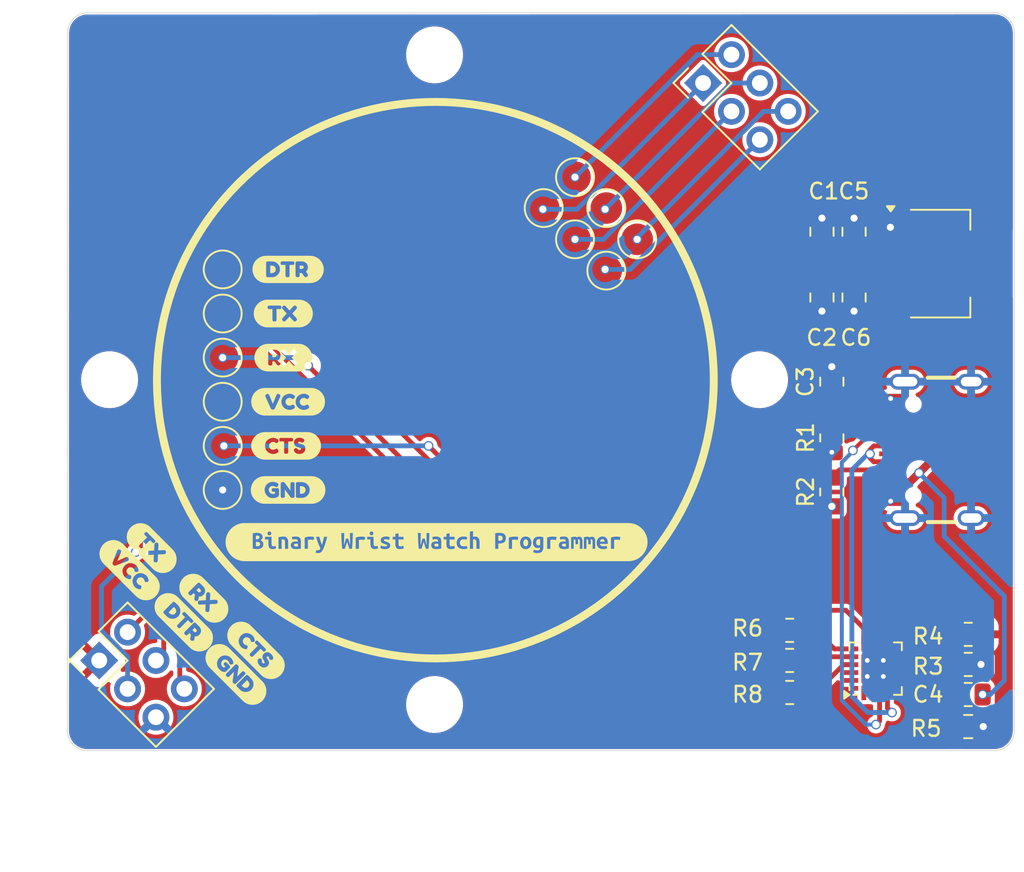
<source format=kicad_pcb>
(kicad_pcb (version 20241229) (generator "pcbnew") (generator_version "9.0")
  (layers (0 "F.Cu" signal) (2 "B.Cu" signal) (13 "F.Paste" user) (15 "B.Paste" user) (5 "F.SilkS" user "F.Silkscreen") (7 "B.SilkS" user "B.Silkscreen") (1 "F.Mask" user) (3 "B.Mask" user) (25 "Edge.Cuts" user))
  (net 0 "")
  (net 1 "GND")
  (net 2 "+5V")
  (net 3 "UD-")
  (net 4 "UD+")
  (net 5 "+3V3")
  (net 6 "/~{RTS}")
  (net 7 "/~{CTS}")
  (net 8 "/RXD")
  (net 9 "/TXD")
  (net 10 "Net-(J13-Pin_1)")
  (net 11 "Net-(J12-Pin_1)")
  (net 12 "Net-(J11-Pin_1)")
  (net 13 "Net-(J10-Pin_1)")
  (net 14 "Net-(J13-Pin_2)")
  (net 15 "Net-(J13-Pin_3)")
  (net 18 "Net-(J14-CC1)")
  (net 19 "Net-(J14-CC2)")
  (net 20 "Net-(U1-~{RST})")
  (net 21 "Net-(U1-VBUS)")
  (net 29 "Net-(U1-~{RTS})")
  (net 30 "Net-(U1-RXD)")
  (net 31 "Net-(U1-TXD)")
  (footprint "TestPoint:TestPoint_Pad_D2.0mm" (layer "F.Cu") (at 113.9698 101.854)
    (property "Reference" "J3" (hide yes))
    (property "Value" "Conn_01x01")
    (pad "1" smd circle (at 0 0) (size 2 2) (layers "F.Cu" "F.Mask") (net 8 "/RXD"))
  )
  (footprint "Connector_PinHeader_2.54mm:PinHeader_2x03_P2.54mm_Vertical" (layer "F.Cu") (at 106.151994 121.036117 45)
    (property "Reference" "J15" (hide yes))
    (property "Value" "Conn_02x03_Counter_Clockwise")
    (pad "1" thru_hole rect (at 0 0 45) (size 1.7 1.7) (drill 1) (layers "*.Cu" "*.Mask") (net 5 "+3V3"))
    (pad "2" thru_hole oval (at 2.54 0 45) (size 1.7 1.7) (drill 1) (layers "*.Cu" "*.Mask") (net 9 "/TXD"))
    (pad "3" thru_hole oval (at 0 2.54 45) (size 1.7 1.7) (drill 1) (layers "*.Cu" "*.Mask") (net 6 "/~{RTS}"))
    (pad "4" thru_hole oval (at 2.54 2.54 45) (size 1.7 1.7) (drill 1) (layers "*.Cu" "*.Mask") (net 8 "/RXD"))
    (pad "5" thru_hole oval (at 0 5.079999 45) (size 1.7 1.7) (drill 1) (layers "*.Cu" "*.Mask") (net 1 "GND"))
    (pad "6" thru_hole oval (at 2.54 5.08 45) (size 1.7 1.7) (drill 1) (layers "*.Cu" "*.Mask") (net 7 "/~{CTS}"))
  )
  (footprint "Capacitor_SMD:C_0805_2012Metric" (layer "F.Cu") (at 153.935486 93.881 90)
    (property "Reference" "C5" (at 2.568 -0.011486 180) (layer "F.SilkS"))
    (property "Value" "22uF")
    (pad "1" smd roundrect (at -0.95 0 90) (size 1 1.45) (layers "F.Cu" "F.Mask" "F.Paste") (net 5 "+3V3"))
    (pad "2" smd roundrect (at 0.95 0 90) (size 1 1.45) (layers "F.Cu" "F.Mask" "F.Paste") (net 1 "GND"))
  )
  (footprint "Resistor_SMD:R_0805_2012Metric" (layer "F.Cu") (at 149.86 119.126 180)
    (property "Reference" "R6" (at 2.667 0.127 180) (layer "F.SilkS"))
    (property "Value" "0")
    (pad "1" smd roundrect (at -0.9125 0 180) (size 1.025 1.4) (layers "F.Cu" "F.Mask" "F.Paste") (roundrect_rratio 0.243902) (net 29 "Net-(U1-~{RTS})"))
    (pad "2" smd roundrect (at 0.9125 0 180) (size 1.025 1.4) (layers "F.Cu" "F.Mask" "F.Paste") (roundrect_rratio 0.243902) (net 6 "/~{RTS}"))
  )
  (footprint "TestPoint:TestPoint_Pad_D2.0mm" (layer "F.Cu") (at 138.2522 92.3798)
    (property "Reference" "J10" (hide yes))
    (property "Value" "Conn_01x01")
    (pad "1" smd circle (at 0 0) (size 2 2) (layers "F.Cu" "F.Mask") (net 13 "Net-(J10-Pin_1)"))
  )
  (footprint "TestPoint:TestPoint_Pad_D2.0mm" (layer "F.Cu") (at 140.208 94.361)
    (property "Reference" "J12" (hide yes))
    (property "Value" "Conn_01x01")
    (pad "1" smd circle (at 0 0) (size 2 2) (layers "F.Cu" "F.Mask") (net 11 "Net-(J12-Pin_1)"))
  )
  (footprint "Capacitor_SMD:C_0805_2012Metric" (layer "F.Cu") (at 153.935486 98.045586 -90)
    (property "Reference" "C6" (at 2.538414 -0.115514 0) (layer "F.SilkS"))
    (property "Value" "10uF")
    (pad "1" smd roundrect (at -0.95 0 270) (size 1 1.45) (layers "F.Cu" "F.Mask" "F.Paste") (net 2 "+5V"))
    (pad "2" smd roundrect (at 0.95 0 270) (size 1 1.45) (layers "F.Cu" "F.Mask" "F.Paste") (net 1 "GND"))
  )
  (footprint "Capacitor_SMD:C_0805_2012Metric" (layer "F.Cu") (at 151.903486 93.881 90)
    (property "Reference" "C1" (at 2.568 0.115514 0) (layer "F.SilkS"))
    (property "Value" "0.1uF")
    (pad "1" smd roundrect (at -0.95 0 90) (size 1 1.45) (layers "F.Cu" "F.Mask" "F.Paste") (net 5 "+3V3"))
    (pad "2" smd roundrect (at 0.95 0 90) (size 1 1.45) (layers "F.Cu" "F.Mask" "F.Paste") (net 1 "GND"))
  )
  (footprint "kibuzzard-67CE240C" (layer "F.Cu") (at 108.077 115.316 -45)
    (property "Reference" "kibuzzard-67CE240C" (hide yes))
    (property "Value" "G***" (hide yes))
  )
  (footprint "kibuzzard-67CE2403" (layer "F.Cu") (at 116.078 120.396 -45)
    (property "Reference" "kibuzzard-67CE2403" (hide yes))
    (property "Value" "G***" (hide yes))
  )
  (footprint "TestPoint:TestPoint_Pad_D2.0mm" (layer "F.Cu") (at 113.9698 107.442)
    (property "Reference" "J5" (hide yes))
    (property "Value" "Conn_01x01")
    (pad "1" smd circle (at 0 0) (size 2 2) (layers "F.Cu" "F.Mask") (net 7 "/~{CTS}"))
  )
  (footprint "Capacitor_SMD:C_0805_2012Metric" (layer "F.Cu") (at 161.163 125.222)
    (property "Reference" "C4" (at -2.54 -2.032 0) (layer "F.SilkS"))
    (property "Value" "0.1uF")
    (pad "1" smd roundrect (at -0.95 0) (size 1 1.45) (layers "F.Cu" "F.Mask" "F.Paste") (net 5 "+3V3"))
    (pad "2" smd roundrect (at 0.95 0) (size 1 1.45) (layers "F.Cu" "F.Mask" "F.Paste") (net 1 "GND"))
  )
  (footprint "Capacitor_SMD:C_0805_2012Metric" (layer "F.Cu") (at 151.903486 98.045586 -90)
    (property "Reference" "C2" (at 2.538414 0.011486 0) (layer "F.SilkS"))
    (property "Value" "0.1uF")
    (pad "1" smd roundrect (at -0.95 0 270) (size 1 1.45) (layers "F.Cu" "F.Mask" "F.Paste") (net 2 "+5V"))
    (pad "2" smd roundrect (at 0.95 0 270) (size 1 1.45) (layers "F.Cu" "F.Mask" "F.Paste") (net 1 "GND"))
  )
  (footprint "kibuzzard-67CE1A96" (layer "F.Cu") (at 117.8052 99.06)
    (property "Reference" "kibuzzard-67CE1A96" (hide yes))
    (property "Value" "G***" (hide yes))
  )
  (footprint "Resistor_SMD:R_0805_2012Metric" (layer "F.Cu") (at 149.86 123.063 180)
    (property "Reference" "R8" (at 2.667 -0.127 180) (layer "F.SilkS"))
    (property "Value" "0")
    (pad "1" smd roundrect (at -0.9125 0 180) (size 1.025 1.4) (layers "F.Cu" "F.Mask" "F.Paste") (roundrect_rratio 0.243902) (net 31 "Net-(U1-TXD)"))
    (pad "2" smd roundrect (at 0.9125 0 180) (size 1.025 1.4) (layers "F.Cu" "F.Mask" "F.Paste") (roundrect_rratio 0.243902) (net 9 "/TXD"))
  )
  (footprint "TestPoint:TestPoint_Pad_D2.0mm" (layer "F.Cu") (at 113.9698 99.06)
    (property "Reference" "J2" (hide yes))
    (property "Value" "Conn_01x01")
    (pad "1" smd circle (at 0 0) (size 2 2) (layers "F.Cu" "F.Mask") (net 9 "/TXD"))
  )
  (footprint "Connector_PinHeader_2.54mm:PinHeader_2x03_P2.54mm_Vertical" (layer "F.Cu") (at 144.378994 84.460117 45)
    (property "Reference" "J13" (hide yes))
    (property "Value" "Conn_02x03_Counter_Clockwise")
    (pad "1" thru_hole rect (at 0 0 45) (size 1.7 1.7) (drill 1) (layers "*.Cu" "*.Mask") (net 10 "Net-(J13-Pin_1)"))
    (pad "2" thru_hole oval (at 2.54 0 45) (size 1.7 1.7) (drill 1) (layers "*.Cu" "*.Mask") (net 14 "Net-(J13-Pin_2)"))
    (pad "3" thru_hole oval (at 0 2.54 45) (size 1.7 1.7) (drill 1) (layers "*.Cu" "*.Mask") (net 15 "Net-(J13-Pin_3)"))
    (pad "4" thru_hole oval (at 2.54 2.54 45) (size 1.7 1.7) (drill 1) (layers "*.Cu" "*.Mask") (net 13 "Net-(J10-Pin_1)"))
    (pad "5" thru_hole oval (at 0 5.079999 45) (size 1.7 1.7) (drill 1) (layers "*.Cu" "*.Mask") (net 12 "Net-(J11-Pin_1)"))
    (pad "6" thru_hole oval (at 2.54 5.08 45) (size 1.7 1.7) (drill 1) (layers "*.Cu" "*.Mask") (net 11 "Net-(J12-Pin_1)"))
  )
  (footprint "connectors:USB-C-YTC-TC16S-23" (layer "F.Cu") (at 158.7974 107.696 90)
    (property "Reference" "J14" (hide yes))
    (property "Value" "USB_C_Receptacle_USB2.0_MPN" (hide yes))
    (pad "" np_thru_hole circle (at -2.89 -1.102 90) (size 0.65 0.65) (drill 0.65) (layers "*.Cu" "*.Mask"))
    (pad "" np_thru_hole circle (at 2.89 -1.102 90) (size 0.65 0.65) (drill 0.65) (layers "*.Cu" "*.Mask"))
    (pad "A1B12" smd rect (at -3.25 -2.547 90) (size 0.6 1.45) (layers "F.Cu" "F.Mask" "F.Paste") (net 1 "GND"))
    (pad "A4B9" smd rect (at -2.45 -2.547 90) (size 0.6 1.45) (layers "F.Cu" "F.Mask" "F.Paste") (net 2 "+5V"))
    (pad "A5" smd rect (at -1.25 -2.547 90) (size 0.3 1.45) (layers "F.Cu" "F.Mask" "F.Paste") (net 18 "Net-(J14-CC1)"))
    (pad "A6" smd rect (at -0.25 -2.547 90) (size 0.3 1.45) (layers "F.Cu" "F.Mask" "F.Paste") (net 4 "UD+"))
    (pad "A7" smd rect (at 0.25 -2.547 90) (size 0.3 1.45) (layers "F.Cu" "F.Mask" "F.Paste") (net 3 "UD-"))
    (pad "A8" smd rect (at 1.25 -2.547 90) (size 0.3 1.45) (layers "F.Cu" "F.Mask" "F.Paste"))
    (pad "A9B4" smd rect (at 2.45 -2.547 90) (size 0.6 1.45) (layers "F.Cu" "F.Mask" "F.Paste") (net 2 "+5V"))
    (pad "A12B1" smd rect (at 3.25 -2.547 90) (size 0.6 1.45) (layers "F.Cu" "F.Mask" "F.Paste") (net 1 "GND"))
    (pad "B5" smd rect (at 1.75 -2.547 90) (size 0.3 1.45) (layers "F.Cu" "F.Mask" "F.Paste") (net 19 "Net-(J14-CC2)"))
    (pad "B6" smd rect (at 0.75 -2.547 90) (size 0.3 1.45) (layers "F.Cu" "F.Mask" "F.Paste") (net 4 "UD+"))
    (pad "B7" smd rect (at -0.75 -2.547 90) (size 0.3 1.45) (layers "F.Cu" "F.Mask" "F.Paste") (net 3 "UD-"))
    (pad "B8" smd rect (at -1.75 -2.547 90) (size 0.3 1.45) (layers "F.Cu" "F.Mask" "F.Paste"))
    (pad "S1" thru_hole oval (at -4.32 -1.633 90) (size 1 1.95) (drill oval 0.6 1.55) (layers "*.Cu" "*.Mask") (net 1 "GND"))
    (pad "S1" thru_hole oval (at -4.32 2.547 90) (size 1 1.7) (drill oval 0.6 1.3) (layers "*.Cu" "*.Mask") (net 1 "GND"))
    (pad "S1" thru_hole oval (at 4.32 -1.633 90) (size 1 1.95) (drill oval 0.6 1.55) (layers "*.Cu" "*.Mask") (net 1 "GND"))
    (pad "S1" thru_hole oval (at 4.32 2.547 90) (size 1 1.7) (drill oval 0.6 1.3) (layers "*.Cu" "*.Mask") (net 1 "GND"))
  )
  (footprint "kibuzzard-67CE241A" (layer "F.Cu") (at 117.8052 101.854)
    (property "Reference" "kibuzzard-67CE241A" (hide yes))
    (property "Value" "G***" (hide yes))
  )
  (footprint "kibuzzard-67CE2403" (layer "F.Cu") (at 117.983 107.442)
    (property "Reference" "kibuzzard-67CE2403" (hide yes))
    (property "Value" "G***" (hide yes))
  )
  (footprint "TestPoint:TestPoint_Pad_D2.0mm" (layer "F.Cu") (at 136.271 90.424)
    (property "Reference" "J8" (hide yes))
    (property "Value" "Conn_01x01")
    (pad "1" smd circle (at 0 0) (size 2 2) (layers "F.Cu" "F.Mask") (net 14 "Net-(J13-Pin_2)"))
  )
  (footprint "kibuzzard-67CE23F8" (layer "F.Cu") (at 114.808 121.92 -45)
    (property "Reference" "kibuzzard-67CE23F8" (hide yes))
    (property "Value" "G***" (hide yes))
  )
  (footprint "Package_TO_SOT_SMD:SOT-223-3_TabPin2" (layer "F.Cu") (at 159.385 95.899)
    (property "Reference" "U2" (hide yes))
    (property "Value" "AMS1117-3.3")
    (pad "1" smd roundrect (at -3.15 -2.3) (size 2 1.5) (layers "F.Cu" "F.Mask" "F.Paste") (net 1 "GND"))
    (pad "2" smd roundrect (at -3.15 0) (size 2 1.5) (layers "F.Cu" "F.Mask" "F.Paste") (net 5 "+3V3"))
    (pad "2" smd roundrect (at 3.15 0) (size 2 3.8) (layers "F.Cu" "F.Mask" "F.Paste") (net 5 "+3V3"))
    (pad "3" smd roundrect (at -3.15 2.3) (size 2 1.5) (layers "F.Cu" "F.Mask" "F.Paste") (net 2 "+5V"))
  )
  (footprint "MountingHole:MountingHole_3.2mm_M3" (layer "F.Cu") (at 147.955 103.251)
    (property "Reference" "H4" (hide yes))
    (property "Value" "MountingHole_Pad")
    (pad "" np_thru_hole circle (at 0 0) (size 3.2 3.2) (drill 3.2) (layers "*.Cu" "*.Mask"))
  )
  (footprint "Package_DFN_QFN:SiliconLabs_QFN-20-1EP_3x3mm_P0.5mm_EP1.8x1.8mm" (layer "F.Cu") (at 155.301 121.551 90)
    (property "Reference" "U1" (hide yes))
    (property "Value" "CP2102N-Axx-xQFN20")
    (pad "1" smd rect (at -1.25 -1.25 90) (size 0.3 0.3) (layers "F.Cu" "F.Mask" "F.Paste"))
    (pad "2" smd rect (at -1.55 -0.75 90) (size 0.9 0.3) (layers "F.Cu" "F.Mask" "F.Paste"))
    (pad "3" smd rect (at -1.55 -0.25 90) (size 0.9 0.3) (layers "F.Cu" "F.Mask" "F.Paste") (net 1 "GND"))
    (pad "4" smd rect (at -1.55 0.25 90) (size 0.9 0.3) (layers "F.Cu" "F.Mask" "F.Paste") (net 4 "UD+"))
    (pad "5" smd rect (at -1.55 0.75 90) (size 0.9 0.3) (layers "F.Cu" "F.Mask" "F.Paste") (net 3 "UD-"))
    (pad "6" smd rect (at -1.25 1.25 90) (size 0.3 0.3) (layers "F.Cu" "F.Mask" "F.Paste") (net 5 "+3V3"))
    (pad "7" smd rect (at -0.75 1.55 180) (size 0.9 0.3) (layers "F.Cu" "F.Mask" "F.Paste") (net 5 "+3V3"))
    (pad "8" smd rect (at -0.25 1.55 180) (size 0.9 0.3) (layers "F.Cu" "F.Mask" "F.Paste") (net 21 "Net-(U1-VBUS)"))
    (pad "9" smd rect (at 0.25 1.55 180) (size 0.9 0.3) (layers "F.Cu" "F.Mask" "F.Paste") (net 20 "Net-(U1-~{RST})"))
    (pad "10" smd rect (at 0.75 1.55 180) (size 0.9 0.3) (layers "F.Cu" "F.Mask" "F.Paste"))
    (pad "11" smd rect (at 1.25 1.25 90) (size 0.3 0.3) (layers "F.Cu" "F.Mask" "F.Paste"))
    (pad "12" smd rect (at 1.55 0.75 90) (size 0.9 0.3) (layers "F.Cu" "F.Mask" "F.Paste") (net 1 "GND"))
    (pad "13" smd rect (at 1.55 0.25 90) (size 0.9 0.3) (layers "F.Cu" "F.Mask" "F.Paste"))
    (pad "14" smd rect (at 1.55 -0.25 90) (size 0.9 0.3) (layers "F.Cu" "F.Mask" "F.Paste"))
    (pad "15" smd rect (at 1.55 -0.75 90) (size 0.9 0.3) (layers "F.Cu" "F.Mask" "F.Paste") (net 7 "/~{CTS}"))
    (pad "16" smd rect (at 1.25 -1.25 90) (size 0.3 0.3) (layers "F.Cu" "F.Mask" "F.Paste") (net 29 "Net-(U1-~{RTS})"))
    (pad "17" smd rect (at 0.75 -1.55 180) (size 0.9 0.3) (layers "F.Cu" "F.Mask" "F.Paste") (net 30 "Net-(U1-RXD)"))
    (pad "18" smd rect (at 0.25 -1.55 180) (size 0.9 0.3) (layers "F.Cu" "F.Mask" "F.Paste") (net 31 "Net-(U1-TXD)"))
    (pad "19" smd rect (at -0.25 -1.55 180) (size 0.9 0.3) (layers "F.Cu" "F.Mask" "F.Paste"))
    (pad "20" smd rect (at -0.75 -1.55 180) (size 0.9 0.3) (layers "F.Cu" "F.Mask" "F.Paste"))
    (pad "21" smd rect (at 0 0 90) (size 1.8 1.8) (layers "F.Cu" "F.Mask") (net 1 "GND"))
  )
  (footprint "TestPoint:TestPoint_Pad_D2.0mm" (layer "F.Cu") (at 136.271 94.361)
    (property "Reference" "J9" (hide yes))
    (property "Value" "Conn_01x01")
    (pad "1" smd circle (at 0 0) (size 2 2) (layers "F.Cu" "F.Mask") (net 15 "Net-(J13-Pin_3)"))
  )
  (footprint "kibuzzard-67CE249C" (layer "F.Cu") (at 111.506 118.618 -45)
    (property "Reference" "kibuzzard-67CE249C" (hide yes))
    (property "Value" "G***" (hide yes))
  )
  (footprint "kibuzzard-67CE1A96" (layer "F.Cu") (at 109.474 113.919 -45)
    (property "Reference" "kibuzzard-67CE1A96" (hide yes))
    (property "Value" "G***" (hide yes))
  )
  (footprint "Resistor_SMD:R_0805_2012Metric" (layer "F.Cu") (at 161.163 119.38 180)
    (property "Reference" "R3" (at 2.54 -2.032 180) (layer "F.SilkS"))
    (property "Value" "1k")
    (pad "1" smd roundrect (at -0.9125 0 180) (size 1.025 1.4) (layers "F.Cu" "F.Mask" "F.Paste") (roundrect_rratio 0.243902) (net 5 "+3V3"))
    (pad "2" smd roundrect (at 0.9125 0 180) (size 1.025 1.4) (layers "F.Cu" "F.Mask" "F.Paste") (roundrect_rratio 0.243902) (net 20 "Net-(U1-~{RST})"))
  )
  (footprint "TestPoint:TestPoint_Pad_D2.0mm" (layer "F.Cu") (at 138.2522 96.3422)
    (property "Reference" "J11" (hide yes))
    (property "Value" "Conn_01x01")
    (pad "1" smd circle (at 0 0) (size 2 2) (layers "F.Cu" "F.Mask") (net 12 "Net-(J11-Pin_1)"))
  )
  (footprint "Resistor_SMD:R_0805_2012Metric" (layer "F.Cu") (at 161.163 123.19 180)
    (property "Reference" "R5" (at 2.667 -2.159 180) (layer "F.SilkS"))
    (property "Value" "4.7k")
    (pad "1" smd roundrect (at -0.9125 0 180) (size 1.025 1.4) (layers "F.Cu" "F.Mask" "F.Paste") (roundrect_rratio 0.243902) (net 2 "+5V"))
    (pad "2" smd roundrect (at 0.9125 0 180) (size 1.025 1.4) (layers "F.Cu" "F.Mask" "F.Paste") (roundrect_rratio 0.243902) (net 21 "Net-(U1-VBUS)"))
  )
  (footprint "TestPoint:TestPoint_Pad_D2.0mm" (layer "F.Cu") (at 113.9698 104.648)
    (property "Reference" "J4" (hide yes))
    (property "Value" "Conn_01x01")
    (pad "1" smd circle (at 0 0) (size 2 2) (layers "F.Cu" "F.Mask") (net 5 "+3V3"))
  )
  (footprint "kibuzzard-67CE240C" (layer "F.Cu") (at 118.11 104.648)
    (property "Reference" "kibuzzard-67CE240C" (hide yes))
    (property "Value" "G***" (hide yes))
  )
  (footprint "kibuzzard-67CE249C" (layer "F.Cu") (at 118.11 96.266)
    (property "Reference" "kibuzzard-67CE249C" (hide yes))
    (property "Value" "G***" (hide yes))
  )
  (footprint "MountingHole:MountingHole_3.2mm_M3" (layer "F.Cu") (at 127.381 82.677)
    (property "Reference" "H1" (hide yes))
    (property "Value" "MountingHole_Pad")
    (pad "" np_thru_hole circle (at 0 0) (size 3.2 3.2) (drill 3.2) (layers "*.Cu" "*.Mask"))
  )
  (footprint "kibuzzard-67CE23F8" (layer "F.Cu") (at 118.11 110.236)
    (property "Reference" "kibuzzard-67CE23F8" (hide yes))
    (property "Value" "G***" (hide yes))
  )
  (footprint "TestPoint:TestPoint_Pad_D2.0mm" (layer "F.Cu") (at 134.2898 92.3798)
    (property "Reference" "J7" (hide yes))
    (property "Value" "Conn_01x01")
    (pad "1" smd circle (at 0 0) (size 2 2) (layers "F.Cu" "F.Mask") (net 10 "Net-(J13-Pin_1)"))
  )
  (footprint "Capacitor_SMD:C_0805_2012Metric" (layer "F.Cu") (at 152.527 103.378 90)
    (property "Reference" "C3" (at 0 -1.68 90) (layer "F.SilkS"))
    (property "Value" "0.1uF")
    (pad "1" smd roundrect (at -0.95 0 90) (size 1 1.45) (layers "F.Cu" "F.Mask" "F.Paste") (net 2 "+5V"))
    (pad "2" smd roundrect (at 0.95 0 90) (size 1 1.45) (layers "F.Cu" "F.Mask" "F.Paste") (net 1 "GND"))
  )
  (footprint "MountingHole:MountingHole_3.2mm_M3" (layer "F.Cu") (at 127.381 123.825)
    (property "Reference" "H3" (hide yes))
    (property "Value" "MountingHole_Pad")
    (pad "" np_thru_hole circle (at 0 0) (size 3.2 3.2) (drill 3.2) (layers "*.Cu" "*.Mask"))
  )
  (footprint "Resistor_SMD:R_0805_2012Metric" (layer "F.Cu") (at 152.527 110.363 90)
    (property "Reference" "R2" (at 0 -1.651 90) (layer "F.SilkS"))
    (property "Value" "5.1k")
    (pad "1" smd roundrect (at -0.9125 0 90) (size 1.025 1.4) (layers "F.Cu" "F.Mask" "F.Paste") (roundrect_rratio 0.243902) (net 1 "GND"))
    (pad "2" smd roundrect (at 0.9125 0 90) (size 1.025 1.4) (layers "F.Cu" "F.Mask" "F.Paste") (roundrect_rratio 0.243902) (net 18 "Net-(J14-CC1)"))
  )
  (footprint "Resistor_SMD:R_0805_2012Metric" (layer "F.Cu") (at 161.163 121.285)
    (property "Reference" "R4" (at -2.54 -1.778 0) (layer "F.SilkS"))
    (property "Value" "9.1k")
    (pad "1" smd roundrect (at -0.9125 0) (size 1.025 1.4) (layers "F.Cu" "F.Mask" "F.Paste") (roundrect_rratio 0.243902) (net 21 "Net-(U1-VBUS)"))
    (pad "2" smd roundrect (at 0.9125 0) (size 1.025 1.4) (layers "F.Cu" "F.Mask" "F.Paste") (roundrect_rratio 0.243902) (net 1 "GND"))
  )
  (footprint "TestPoint:TestPoint_Pad_D2.0mm" (layer "F.Cu") (at 113.9698 96.266)
    (property "Reference" "J1" (hide yes))
    (property "Value" "Conn_01x01")
    (pad "1" smd circle (at 0 0) (size 2 2) (layers "F.Cu" "F.Mask") (net 6 "/~{RTS}"))
  )
  (footprint "kibuzzard-67CE241A" (layer "F.Cu") (at 112.776 117.094 -45)
    (property "Reference" "kibuzzard-67CE241A" (hide yes))
    (property "Value" "G***" (hide yes))
  )
  (footprint "kibuzzard-67CEF9E0" (layer "F.Cu") (at 127.508 113.538)
    (property "Reference" "kibuzzard-67CEF9E0" (hide yes))
    (property "Value" "G***" (hide yes))
  )
  (footprint "MountingHole:MountingHole_3.2mm_M3" (layer "F.Cu") (at 106.807 103.251)
    (property "Reference" "H2" (hide yes))
    (property "Value" "MountingHole_Pad")
    (pad "" np_thru_hole circle (at 0 0) (size 3.2 3.2) (drill 3.2) (layers "*.Cu" "*.Mask"))
  )
  (footprint "Resistor_SMD:R_0805_2012Metric" (layer "F.Cu") (at 149.86 121.031 180)
    (property "Reference" "R7" (at 2.667 -0.127 180) (layer "F.SilkS"))
    (property "Value" "0")
    (pad "1" smd roundrect (at -0.9125 0 180) (size 1.025 1.4) (layers "F.Cu" "F.Mask" "F.Paste") (roundrect_rratio 0.243902) (net 30 "Net-(U1-RXD)"))
    (pad "2" smd roundrect (at 0.9125 0 180) (size 1.025 1.4) (layers "F.Cu" "F.Mask" "F.Paste") (roundrect_rratio 0.243902) (net 8 "/RXD"))
  )
  (footprint "TestPoint:TestPoint_Pad_D2.0mm" (layer "F.Cu") (at 113.9698 110.236)
    (property "Reference" "J6" (hide yes))
    (property "Value" "Conn_01x01")
    (pad "1" smd circle (at 0 0) (size 2 2) (layers "F.Cu" "F.Mask") (net 1 "GND"))
  )
  (footprint "Resistor_SMD:R_0805_2012Metric" (layer "F.Cu") (at 152.527 106.934 90)
    (property "Reference" "R1" (at 0 -1.651 90) (layer "F.SilkS"))
    (property "Value" "5.1k")
    (pad "1" smd roundrect (at -0.9125 0 90) (size 1.025 1.4) (layers "F.Cu" "F.Mask" "F.Paste") (roundrect_rratio 0.243902) (net 1 "GND"))
    (pad "2" smd roundrect (at 0.9125 0 90) (size 1.025 1.4) (layers "F.Cu" "F.Mask" "F.Paste") (roundrect_rratio 0.243902) (net 19 "Net-(J14-CC2)"))
  )
  (gr_circle (center 127.4318 103.280829) (end 143.6116 110.265829) (stroke (width 0.5)) (fill no) (layer "F.SilkS"))
  (gr_arc (start 164.083999 125.475999) (mid 163.712025 126.374025) (end 162.813999 126.745999) (stroke (width 0.05)) (layer "Edge.Cuts"))
  (gr_arc (start 162.813999 80.010001) (mid 163.712025 80.381975) (end 164.083999 81.280001) (stroke (width 0.05)) (layer "Edge.Cuts"))
  (gr_arc (start 104.149026 81.289026) (mid 104.521 80.391) (end 105.419026 80.019026) (stroke (width 0.05)) (layer "Edge.Cuts"))
  (gr_line (start 104.149026 81.289) (end 104.14 125.476) (stroke (width 0.05)) (layer "Edge.Cuts"))
  (gr_line (start 164.084 125.476) (end 164.083999 81.28) (stroke (width 0.05)) (layer "Edge.Cuts"))
  (gr_arc (start 105.41 126.746) (mid 104.511974 126.374026) (end 104.14 125.476) (stroke (width 0.05)) (layer "Edge.Cuts"))
  (gr_line (start 162.813999 80.010002) (end 105.419 80.019026) (stroke (width 0.05)) (layer "Edge.Cuts"))
  (gr_line (start 105.41 126.746) (end 162.813999 126.745998) (stroke (width 0.05)) (layer "Edge.Cuts"))
  (segment (start 156.051 120.801) (end 156.051 120.001) (width 0.254) (layer "F.Cu") (net 1))
  (segment (start 155.051 123.063) (end 155.051 121.801) (width 0.254) (layer "F.Cu") (net 1))
  (via (at 153.935486 93.0185) (size 0.6096) (drill 0.45) (layers "F.Cu" "B.Cu") (net 1))
  (via (at 113.9698 110.236) (size 0.6096) (drill 0.45) (layers "F.Cu" "B.Cu") (net 1))
  (via (at 154.773 122.047) (size 0.4) (drill 0.3) (layers "F.Cu" "B.Cu") (net 1))
  (via (at 161.972 121.285) (size 0.6096) (drill 0.45) (layers "F.Cu" "B.Cu") (net 1))
  (via (at 155.789 122.047) (size 0.4) (drill 0.3) (layers "F.Cu" "B.Cu") (net 1))
  (via (at 151.903486 93.0185) (size 0.6096) (drill 0.45) (layers "F.Cu" "B.Cu") (net 1))
  (via (at 154.773 121.031) (size 0.4) (drill 0.3) (layers "F.Cu" "B.Cu") (net 1))
  (via (at 151.903486 98.908086) (size 0.6096) (drill 0.45) (layers "F.Cu" "B.Cu") (net 1))
  (via (at 152.527 107.8465) (size 0.4) (drill 0.3) (layers "F.Cu" "B.Cu") (net 1))
  (via (at 155.789 121.031) (size 0.4) (drill 0.3) (layers "F.Cu" "B.Cu") (net 1))
  (via (at 152.527 111.2755) (size 0.6096) (drill 0.45) (layers "F.Cu" "B.Cu") (net 1))
  (via (at 162.113 125.222) (size 0.6096) (drill 0.45) (layers "F.Cu" "B.Cu") (net 1))
  (via (at 156.2504 110.946) (size 0.4) (drill 0.3) (layers "F.Cu" "B.Cu") (net 1))
  (via (at 152.527 102.428) (size 0.6096) (drill 0.45) (layers "F.Cu" "B.Cu") (net 1))
  (via (at 153.935486 98.908086) (size 0.6096) (drill 0.45) (layers "F.Cu" "B.Cu") (net 1))
  (via (at 156.235 93.599) (size 0.6096) (drill 0.45) (layers "F.Cu" "B.Cu") (net 1))
  (via (at 156.2504 104.446) (size 0.4) (drill 0.3) (layers "F.Cu" "B.Cu") (net 1))
  (segment (start 157.4052 109.8028) (end 158.0515 109.1565) (width 0.508) (layer "F.Cu") (net 2))
  (segment (start 156.2504 110.146) (end 157.027788 110.146) (width 0.508) (layer "F.Cu") (net 2))
  (segment (start 157.027788 110.146) (end 157.370988 109.8028) (width 0.508) (layer "F.Cu") (net 2))
  (segment (start 154.8904 105.246) (end 156.2504 105.246) (width 0.635) (layer "F.Cu") (net 2))
  (segment (start 158.0515 109.1565) (end 158.75 108.458) (width 0.508) (layer "F.Cu") (net 2))
  (segment (start 156.235 99.289) (end 154.432 101.092) (width 0.635) (layer "F.Cu") (net 2))
  (segment (start 158.75 106.968212) (end 157.027788 105.246) (width 0.508) (layer "F.Cu") (net 2))
  (segment (start 153.935486 97.183086) (end 155.219086 97.183086) (width 0.635) (layer "F.Cu") (net 2))
  (segment (start 157.370988 109.8028) (end 157.4052 109.8028) (width 0.508) (layer "F.Cu") (net 2))
  (segment (start 152.9425 104.328) (end 154.244 104.328) (width 0.635) (layer "F.Cu") (net 2))
  (segment (start 154.432 104.14) (end 154.432 104.7876) (width 0.635) (layer "F.Cu") (net 2))
  (segment (start 155.219086 97.183086) (end 156.235 98.199) (width 0.635) (layer "F.Cu") (net 2))
  (segment (start 152.7545 104.14) (end 152.9425 104.328) (width 0.635) (layer "F.Cu") (net 2))
  (segment (start 156.235 98.199) (end 156.235 99.289) (width 0.635) (layer "F.Cu") (net 2))
  (segment (start 151.903486 97.183086) (end 153.935486 97.183086) (width 0.635) (layer "F.Cu") (net 2))
  (segment (start 154.244 104.328) (end 154.432 104.14) (width 0.635) (layer "F.Cu") (net 2))
  (segment (start 157.027788 105.246) (end 156.2504 105.246) (width 0.508) (layer "F.Cu") (net 2))
  (segment (start 154.432 101.092) (end 154.432 104.14) (width 0.635) (layer "F.Cu") (net 2))
  (segment (start 158.75 108.458) (end 158.75 106.968212) (width 0.508) (layer "F.Cu") (net 2))
  (segment (start 154.432 104.7876) (end 154.8904 105.246) (width 0.635) (layer "F.Cu") (net 2))
  (via (at 162.0755 123.19) (size 0.6096) (drill 0.45) (layers "F.Cu" "B.Cu") (net 2))
  (via (at 158.0515 109.1565) (size 0.6096) (drill 0.45) (layers "F.Cu" "B.Cu") (net 2))
  (segment (start 162.56 123.19) (end 163.449 122.301) (width 0.3048) (layer "B.Cu") (net 2))
  (segment (start 159.639 110.744) (end 158.0515 109.1565) (width 0.3048) (layer "B.Cu") (net 2))
  (segment (start 162.0755 123.19) (end 162.56 123.19) (width 0.3048) (layer "B.Cu") (net 2))
  (segment (start 163.449 122.301) (end 163.449 116.967) (width 0.3048) (layer "B.Cu") (net 2))
  (segment (start 159.639 113.157) (end 159.639 110.744) (width 0.3048) (layer "B.Cu") (net 2))
  (segment (start 163.449 116.967) (end 159.639 113.157) (width 0.3048) (layer "B.Cu") (net 2))
  (segment (start 156.337 124.333) (end 156.051 124.047) (width 0.3048) (layer "F.Cu") (net 3))
  (segment (start 155.182 108.446) (end 156.2504 108.446) (width 0.3048) (layer "F.Cu") (net 3))
  (segment (start 154.94 107.696) (end 154.94 108.204) (width 0.3048) (layer "F.Cu") (net 3))
  (segment (start 156.051 124.047) (end 156.051 123.101) (width 0.3048) (layer "F.Cu") (net 3))
  (segment (start 155.19 107.446) (end 154.94 107.696) (width 0.3048) (layer "F.Cu") (net 3))
  (segment (start 156.2504 107.446) (end 155.19 107.446) (width 0.3048) (layer "F.Cu") (net 3))
  (segment (start 154.94 108.204) (end 155.182 108.446) (width 0.3048) (layer "F.Cu") (net 3))
  (via (at 156.337 124.333) (size 0.6096) (drill 0.45) (layers "F.Cu" "B.Cu") (net 3))
  (via (at 154.94 107.95) (size 0.6096) (drill 0.45) (layers "F.Cu" "B.Cu") (net 3))
  (segment (start 153.797 108.966) (end 154.813 107.95) (width 0.3048) (layer "B.Cu") (net 3))
  (segment (start 154.813 124.333) (end 153.797 123.317) (width 0.3048) (layer "B.Cu") (net 3))
  (segment (start 154.813 107.95) (end 154.94 107.95) (width 0.3048) (layer "B.Cu") (net 3))
  (segment (start 153.797 123.317) (end 153.797 108.966) (width 0.3048) (layer "B.Cu") (net 3))
  (segment (start 156.337 124.333) (end 154.813 124.333) (width 0.3048) (layer "B.Cu") (net 3))
  (segment (start 155.551 123.101) (end 155.551 124.865) (width 0.3048) (layer "F.Cu") (net 4))
  (segment (start 157.48 107.5506) (end 157.0846 107.946) (width 0.254) (layer "F.Cu") (net 4))
  (segment (start 157.0846 107.946) (end 156.2504 107.946) (width 0.254) (layer "F.Cu") (net 4))
  (segment (start 157.48 107.3414) (end 157.48 107.5506) (width 0.254) (layer "F.Cu") (net 4))
  (segment (start 156.2504 106.946) (end 157.0846 106.946) (width 0.254) (layer "F.Cu") (net 4))
  (segment (start 153.862706 107.732709) (end 154.649414 106.946) (width 0.254) (layer "F.Cu") (net 4))
  (segment (start 157.0846 106.946) (end 157.48 107.3414) (width 0.254) (layer "F.Cu") (net 4))
  (segment (start 155.551 124.865) (end 155.321 125.095) (width 0.3048) (layer "F.Cu") (net 4))
  (segment (start 154.649414 106.946) (end 156.2504 106.946) (width 0.254) (layer "F.Cu") (net 4))
  (via (at 155.321 125.095) (size 0.6096) (drill 0.45) (layers "F.Cu" "B.Cu") (net 4))
  (via (at 153.862706 107.732709) (size 0.6096) (drill 0.45) (layers "F.Cu" "B.Cu") (net 4))
  (segment (start 153.162 123.571) (end 154.686 125.095) (width 0.254) (layer "B.Cu") (net 4))
  (segment (start 153.862706 107.732709) (end 153.862706 107.786291) (width 0.254) (layer "B.Cu") (net 4))
  (segment (start 153.862706 107.786291) (end 153.162 108.486997) (width 0.254) (layer "B.Cu") (net 4))
  (segment (start 153.162 108.486997) (end 153.162 123.571) (width 0.254) (layer "B.Cu") (net 4))
  (segment (start 154.686 125.095) (end 155.321 125.095) (width 0.254) (layer "B.Cu") (net 4))
  (segment (start 156.851 122.301) (end 157.607 122.301) (width 0.3048) (layer "F.Cu") (net 5))
  (segment (start 157.607 122.301) (end 160.213 124.907) (width 0.3048) (layer "F.Cu") (net 5))
  (segment (start 160.213 124.907) (end 160.213 125.222) (width 0.3048) (layer "F.Cu") (net 5))
  (segment (start 156.66925 122.301) (end 156.851 122.301) (width 0.3048) (layer "F.Cu") (net 5))
  (segment (start 156.551 122.801) (end 156.551 122.41925) (width 0.3048) (layer "F.Cu") (net 5))
  (segment (start 114.935 96.266) (end 113.9698 96.266) (width 0.3048) (layer "F.Cu") (net 6))
  (segment (start 137.795 119.126) (end 114.935 96.266) (width 0.3048) (layer "F.Cu") (net 6))
  (segment (start 108.7636 101.4722) (end 113.9698 96.266) (width 0.3048) (layer "F.Cu") (net 6))
  (segment (start 108.7636 113.8674) (end 108.7636 101.4722) (width 0.3048) (layer "F.Cu") (net 6))
  (segment (start 148.59 119.126) (end 137.795 119.126) (width 0.3048) (layer "F.Cu") (net 6))
  (segment (start 108.458 114.173) (end 108.7636 113.8674) (width 0.3048) (layer "F.Cu") (net 6))
  (segment (start 148.971 119.507) (end 148.59 119.126) (width 0.3048) (layer "F.Cu") (net 6))
  (via (at 108.458 114.173) (size 0.6096) (drill 0.45) (layers "F.Cu" "B.Cu") (net 6))
  (segment (start 107.948045 120.802772) (end 106.299 119.153727) (width 0.3048) (layer "B.Cu") (net 6))
  (segment (start 106.299 118.872) (end 106.299 116.332) (width 0.3048) (layer "B.Cu") (net 6))
  (segment (start 107.948045 122.832168) (end 107.948045 120.802772) (width 0.3048) (layer "B.Cu") (net 6))
  (segment (start 106.299 116.332) (end 108.458 114.173) (width 0.3048) (layer "B.Cu") (net 6))
  (segment (start 106.299 119.153727) (end 106.299 118.872) (width 0.3048) (layer "B.Cu") (net 6))
  (segment (start 154.551 120.001) (end 154.551 118.991) (width 0.3048) (layer "F.Cu") (net 7))
  (segment (start 154.551 118.991) (end 153.416 117.856) (width 0.3048) (layer "F.Cu") (net 7))
  (segment (start 137.414 117.856) (end 127 107.442) (width 0.3048) (layer "F.Cu") (net 7))
  (segment (start 111.252 122.54402) (end 111.252 110.1598) (width 0.3048) (layer "F.Cu") (net 7))
  (segment (start 111.252 110.1598) (end 113.9698 107.442) (width 0.3048) (layer "F.Cu") (net 7))
  (segment (start 153.416 117.856) (end 137.414 117.856) (width 0.3048) (layer "F.Cu") (net 7))
  (via (at 127 107.442) (size 0.6096) (drill 0.45) (layers "F.Cu" "B.Cu") (net 7))
  (via (at 114.046 107.442) (size 0.6096) (drill 0.45) (layers "F.Cu" "B.Cu") (net 7))
  (segment (start 127 107.442) (end 114.046 107.442) (width 0.3048) (layer "B.Cu") (net 7))
  (segment (start 113.9698 101.854) (end 110.236 105.5878) (width 0.3048) (layer "F.Cu") (net 8))
  (segment (start 119.38 102.362) (end 138.049 121.031) (width 0.3048) (layer "F.Cu") (net 8))
  (segment (start 110.236 105.5878) (end 110.236 120.544213) (width 0.3048) (layer "F.Cu") (net 8))
  (segment (start 110.236 120.544213) (end 109.744096 121.036117) (width 0.3048) (layer "F.Cu") (net 8))
  (segment (start 148.8205 121.031) (end 148.9475 121.158) (width 0.3048) (layer "F.Cu") (net 8))
  (segment (start 138.049 121.031) (end 148.8205 121.031) (width 0.3048) (layer "F.Cu") (net 8))
  (via (at 113.9698 101.854) (size 0.6096) (drill 0.45) (layers "F.Cu" "B.Cu") (net 8))
  (via (at 119.38 102.362) (size 0.6096) (drill 0.45) (layers "F.Cu" "B.Cu") (net 8))
  (segment (start 118.872 101.854) (end 113.9698 101.854) (width 0.3048) (layer "B.Cu") (net 8))
  (segment (start 119.38 102.362) (end 118.872 101.854) (width 0.3048) (layer "B.Cu") (net 8))
  (segment (start 107.948045 119.240066) (end 109.601 117.587111) (width 0.3048) (layer "F.Cu") (net 9))
  (segment (start 148.9475 123.063) (end 139.0415 123.063) (width 0.3048) (layer "F.Cu") (net 9))
  (segment (start 115.50185 99.52335) (end 114.43315 99.52335) (width 0.3048) (layer "F.Cu") (net 9))
  (segment (start 139.0415 123.063) (end 115.50185 99.52335) (width 0.3048) (layer "F.Cu") (net 9))
  (segment (start 109.601 103.4288) (end 113.9698 99.06) (width 0.3048) (layer "F.Cu") (net 9))
  (segment (start 148.9475 122.936) (end 148.9475 123.063) (width 0.3048) (layer "F.Cu") (net 9))
  (segment (start 109.601 117.587111) (end 109.601 103.4288) (width 0.3048) (layer "F.Cu") (net 9))
  (segment (start 114.43315 99.52335) (end 113.9698 99.06) (width 0.3048) (layer "F.Cu") (net 9))
  (via (at 134.239 92.456) (size 0.6096) (drill 0.45) (layers "F.Cu" "B.Cu") (net 10))
  (segment (start 136.398 92.456) (end 134.239 92.456) (width 0.3048) (layer "B.Cu") (net 10))
  (segment (start 144.378994 84.475006) (end 136.398 92.456) (width 0.3048) (layer "B.Cu") (net 10))
  (via (at 140.208 94.361) (size 0.6096) (drill 0.45) (layers "F.Cu" "B.Cu") (net 11))
  (segment (start 140.208 94.252609) (end 140.208 94.361) (width 0.3048) (layer "B.Cu") (net 11))
  (segment (start 149.767148 86.256168) (end 148.204441 86.256168) (width 0.3048) (layer "B.Cu") (net 11))
  (segment (start 148.204441 86.256168) (end 140.208 94.252609) (width 0.3048) (layer "B.Cu") (net 11))
  (via (at 138.176 96.266) (size 0.6096) (drill 0.45) (layers "F.Cu" "B.Cu") (net 12))
  (segment (start 147.971096 88.052219) (end 139.757315 96.266) (width 0.3048) (layer "B.Cu") (net 12))
  (segment (start 139.757315 96.266) (end 138.176 96.266) (width 0.3048) (layer "B.Cu") (net 12))
  (via (at 138.176 92.456) (size 0.6096) (drill 0.45) (layers "F.Cu" "B.Cu") (net 13))
  (segment (start 146.171883 84.460117) (end 138.176 92.456) (width 0.3048) (layer "B.Cu") (net 13))
  (segment (start 147.971096 84.460117) (end 146.171883 84.460117) (width 0.3048) (layer "B.Cu") (net 13))
  (via (at 136.271 90.424) (size 0.6096) (drill 0.45) (layers "F.Cu" "B.Cu") (net 14))
  (segment (start 144.030934 82.664066) (end 136.271 90.424) (width 0.3048) (layer "B.Cu") (net 14))
  (segment (start 146.175045 82.664066) (end 144.030934 82.664066) (width 0.3048) (layer "B.Cu") (net 14))
  (via (at 136.271 94.361) (size 0.6096) (drill 0.45) (layers "F.Cu" "B.Cu") (net 15))
  (segment (start 138.070213 94.361) (end 136.271 94.361) (width 0.3048) (layer "B.Cu") (net 15))
  (segment (start 146.175045 86.256168) (end 138.070213 94.361) (width 0.3048) (layer "B.Cu") (net 15))
  (segment (start 152.527 109.4505) (end 153.0115 108.966) (width 0.3048) (layer "F.Cu") (net 18))
  (segment (start 156.2304 108.966) (end 156.2504 108.946) (width 0.3048) (layer "F.Cu") (net 18))
  (segment (start 153.0115 108.966) (end 156.2304 108.966) (width 0.3048) (layer "F.Cu") (net 18))
  (segment (start 156.2224 105.918) (end 156.2504 105.946) (width 0.3048) (layer "F.Cu") (net 19))
  (segment (start 152.8045 105.918) (end 156.2224 105.918) (width 0.3048) (layer "F.Cu") (net 19))
  (segment (start 156.851 121.301) (end 158.18135 121.301) (width 0.3048) (layer "F.Cu") (net 20))
  (segment (start 158.18135 121.301) (end 159.97535 119.507) (width 0.3048) (layer "F.Cu") (net 20))
  (segment (start 159.2815 121.285) (end 160.147 121.285) (width 0.3048) (layer "F.Cu") (net 21))
  (segment (start 158.7655 121.801) (end 159.2815 121.285) (width 0.3048) (layer "F.Cu") (net 21))
  (segment (start 156.851 121.801) (end 158.7655 121.801) (width 0.3048) (layer "F.Cu") (net 21))
  (segment (start 160.1905 122.8564) (end 160.1905 121.3285) (width 0.3048) (layer "F.Cu") (net 21))
  (segment (start 152.686 120.301) (end 151.511 119.126) (width 0.3048) (layer "F.Cu") (net 29))
  (segment (start 154.051 120.301) (end 152.686 120.301) (width 0.3048) (layer "F.Cu") (net 29))
  (segment (start 151.511 119.126) (end 150.7725 119.126) (width 0.3048) (layer "F.Cu") (net 29))
  (segment (start 153.751 120.801) (end 151.0025 120.801) (width 0.3048) (layer "F.Cu") (net 30))
  (segment (start 150.7725 121.031) (end 150.7725 121.158) (width 0.3048) (layer "F.Cu") (net 30))
  (segment (start 151.0025 120.801) (end 150.7725 121.031) (width 0.3048) (layer "F.Cu") (net 30))
  (segment (start 151.638 122.936) (end 150.8995 122.936) (width 0.3048) (layer "F.Cu") (net 31))
  (segment (start 153.273 121.301) (end 151.638 122.936) (width 0.3048) (layer "F.Cu") (net 31))
  (segment (start 150.8995 122.936) (end 150.7725 122.809) (width 0.3048) (layer "F.Cu") (net 31))
  (segment (start 153.751 121.301) (end 153.273 121.301) (width 0.3048) (layer "F.Cu") (net 31))
  (zone (net 5) (net_name "+3V3") (layer "F.Cu") (priority 1) (connect_pads (clearance 0.254)) (min_thickness 0.254) (fill yes (thermal_gap 0.5) (thermal_bridge_width 0.5))
    (polygon (pts (xy 103.886 79.756) (xy 103.886 127) (xy 164.338 127) (xy 164.338 79.756)))
  )
  (zone (net 1) (net_name "GND") (layer "B.Cu") (connect_pads (clearance 0.5)) (min_thickness 0.25) (fill yes (thermal_gap 0.5) (thermal_bridge_width 0.5))
    (polygon (pts (xy 104.14 80.01) (xy 104.14 126.746) (xy 164.084 126.746) (xy 164.084 80.01)))
  )
)
</source>
